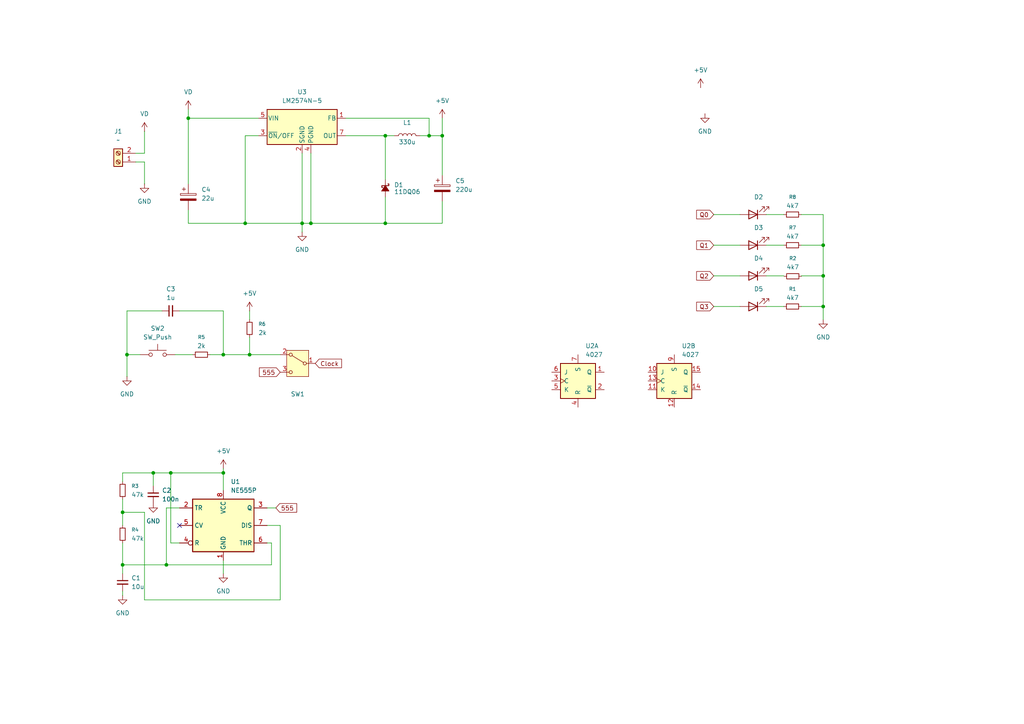
<source format=kicad_sch>
(kicad_sch (version 20250114) (generator "eeschema") (generator_version "9.0")
  (paper "A4")
  (title_block (title "BCD Brojač") (date "2025-10-21") (rev "0") (company "TVZ") (comment 1 "izradio: Ivan Hodak"))
  (lib_symbols
    (symbol "4xxx:4027" (pin_names (offset 1.016))
      (property "Reference" "U" (at -7.62 8.89 0))
      (property "Value" "4027" (at -7.62 -8.89 0))
      (symbol "4027_1_1"
        (rectangle (start -5.08 5.08) (end 5.08 -5.08) (stroke (width 0.254)) (fill (type background)))
        (pin input line (at -7.62 2.54 0) (length 2.54) (name "J") (number "6"))
        (pin input clock (at -7.62 0 0) (length 2.54) (name "C") (number "3"))
        (pin input line (at -7.62 -2.54 0) (length 2.54) (name "K") (number "5"))
        (pin input line (at 0 7.62 270) (length 2.54) (name "S") (number "7"))
        (pin input line (at 0 -7.62 90) (length 2.54) (name "R") (number "4"))
        (pin output line (at 7.62 2.54 180) (length 2.54) (name "Q") (number "1"))
        (pin output line (at 7.62 -2.54 180) (length 2.54) (name "~{Q}") (number "2"))
      )
      (symbol "4027_2_1"
        (rectangle (start -5.08 5.08) (end 5.08 -5.08) (stroke (width 0.254)) (fill (type background)))
        (pin input line (at -7.62 2.54 0) (length 2.54) (name "J") (number "10"))
        (pin input clock (at -7.62 0 0) (length 2.54) (name "C") (number "13"))
        (pin input line (at -7.62 -2.54 0) (length 2.54) (name "K") (number "11"))
        (pin input line (at 0 7.62 270) (length 2.54) (name "S") (number "9"))
        (pin input line (at 0 -7.62 90) (length 2.54) (name "R") (number "12"))
        (pin output line (at 7.62 2.54 180) (length 2.54) (name "Q") (number "15"))
        (pin output line (at 7.62 -2.54 180) (length 2.54) (name "~{Q}") (number "14"))
      )
      (symbol "4027_3_0"
        (pin power_in line (at 0 10.16 270) (length 2.54) (name "VDD") (number "16"))
        (pin power_in line (at 0 -10.16 90) (length 2.54) (name "VSS") (number "8"))
      )
      (symbol "4027_3_1"
        (rectangle (start -5.08 7.62) (end 5.08 -7.62) (stroke (width 0.254)) (fill (type background)))
      )
    )
    (symbol "Connector:Screw_Terminal_01x02" (pin_names (offset 1.016) (hide yes))
      (property "Reference" "J" (at 0 2.54 0))
      (property "Value" "Screw_Terminal_01x02" (at 0 -5.08 0))
      (symbol "Screw_Terminal_01x02_1_1"
        (rectangle (start -1.27 1.27) (end 1.27 -3.81) (stroke (width 0.254)) (fill (type background)))
        (polyline (pts (xy -0.5334 0.3302) (xy 0.3302 -0.508)) (stroke (width 0.1524)))
        (polyline (pts (xy -0.5334 -2.2098) (xy 0.3302 -3.048)) (stroke (width 0.1524)))
        (polyline (pts (xy -0.3556 0.508) (xy 0.508 -0.3302)) (stroke (width 0.1524)))
        (polyline (pts (xy -0.3556 -2.032) (xy 0.508 -2.8702)) (stroke (width 0.1524)))
        (circle (center 0 0) (radius 0.635) (stroke (width 0.1524)))
        (circle (center 0 -2.54) (radius 0.635) (stroke (width 0.1524)))
        (pin passive line (at -5.08 0 0) (length 3.81) (name "Pin_1") (number "1"))
        (pin passive line (at -5.08 -2.54 0) (length 3.81) (name "Pin_2") (number "2"))
      )
    )
    (symbol "Device:C_Polarized" (pin_numbers (hide yes)) (pin_names (offset 0.254))
      (property "Reference" "C" (at 0.635 2.54 0))
      (property "Value" "C_Polarized" (at 0.635 -2.54 0))
      (symbol "C_Polarized_0_1"
        (rectangle (start -2.286 0.508) (end 2.286 1.016))
        (polyline (pts (xy -1.778 2.286) (xy -0.762 2.286)))
        (polyline (pts (xy -1.27 2.794) (xy -1.27 1.778)))
        (rectangle (start 2.286 -0.508) (end -2.286 -1.016) (fill (type outline)))
      )
      (symbol "C_Polarized_1_1"
        (pin passive line (at 0 3.81 270) (length 2.794) (name "~") (number "1"))
        (pin passive line (at 0 -3.81 90) (length 2.794) (name "~") (number "2"))
      )
    )
    (symbol "Device:C_Small" (pin_numbers (hide yes)) (pin_names (offset 0.254) (hide yes))
      (property "Reference" "C" (at 0.254 1.778 0))
      (property "Value" "C_Small" (at 0.254 -2.032 0))
      (symbol "C_Small_0_1"
        (polyline (pts (xy -1.524 0.508) (xy 1.524 0.508)) (stroke (width 0.3048)))
        (polyline (pts (xy -1.524 -0.508) (xy 1.524 -0.508)) (stroke (width 0.3302)))
      )
      (symbol "C_Small_1_1"
        (pin passive line (at 0 2.54 270) (length 2.032) (name "~") (number "1"))
        (pin passive line (at 0 -2.54 90) (length 2.032) (name "~") (number "2"))
      )
    )
    (symbol "Device:D_Schottky_Small_Filled" (pin_numbers (hide yes)) (pin_names (offset 0.254) (hide yes))
      (property "Reference" "D" (at -1.27 2.032 0))
      (property "Value" "D_Schottky_Small_Filled" (at -7.112 -2.032 0))
      (symbol "D_Schottky_Small_Filled_0_1"
        (polyline (pts (xy -1.27 0.762) (xy -1.27 1.016) (xy -0.762 1.016) (xy -0.762 -1.016) (xy -0.254 -1.016) (xy -0.254 -0.762)) (stroke (width 0.254)))
        (polyline (pts (xy -0.762 0) (xy 0.762 0)))
        (polyline (pts (xy 0.762 -1.016) (xy -0.762 0) (xy 0.762 1.016) (xy 0.762 -1.016)) (stroke (width 0.254)) (fill (type outline)))
      )
      (symbol "D_Schottky_Small_Filled_1_1"
        (pin passive line (at -2.54 0 0) (length 1.778) (name "K") (number "1"))
        (pin passive line (at 2.54 0 180) (length 1.778) (name "A") (number "2"))
      )
    )
    (symbol "Device:L" (pin_numbers (hide yes)) (pin_names (offset 1.016) (hide yes))
      (property "Reference" "L" (at -1.27 0 90))
      (property "Value" "L" (at 1.905 0 90))
      (symbol "L_0_1"
        (arc (start 0 2.54) (mid 0.6323 1.905) (end 0 1.27))
        (arc (start 0 1.27) (mid 0.6323 0.635) (end 0 0))
        (arc (start 0 0) (mid 0.6323 -0.635) (end 0 -1.27))
        (arc (start 0 -1.27) (mid 0.6323 -1.905) (end 0 -2.54))
      )
      (symbol "L_1_1"
        (pin passive line (at 0 3.81 270) (length 1.27) (name "1") (number "1"))
        (pin passive line (at 0 -3.81 90) (length 1.27) (name "2") (number "2"))
      )
    )
    (symbol "Device:LED" (pin_numbers (hide yes)) (pin_names (offset 1.016) (hide yes))
      (property "Reference" "D" (at 0 2.54 0))
      (property "Value" "LED" (at 0 -2.54 0))
      (symbol "LED_0_1"
        (polyline (pts (xy -3.048 -0.762) (xy -4.572 -2.286) (xy -3.81 -2.286) (xy -4.572 -2.286) (xy -4.572 -1.524)))
        (polyline (pts (xy -1.778 -0.762) (xy -3.302 -2.286) (xy -2.54 -2.286) (xy -3.302 -2.286) (xy -3.302 -1.524)))
        (polyline (pts (xy -1.27 0) (xy 1.27 0)))
        (polyline (pts (xy -1.27 -1.27) (xy -1.27 1.27)) (stroke (width 0.254)))
        (polyline (pts (xy 1.27 -1.27) (xy 1.27 1.27) (xy -1.27 0) (xy 1.27 -1.27)) (stroke (width 0.254)))
      )
      (symbol "LED_1_1"
        (pin passive line (at -3.81 0 0) (length 2.54) (name "K") (number "1"))
        (pin passive line (at 3.81 0 180) (length 2.54) (name "A") (number "2"))
      )
    )
    (symbol "Device:R_Small" (pin_numbers (hide yes)) (pin_names (offset 0.254) (hide yes))
      (property "Reference" "R" (at 0 0 90))
      (property "Value" "R_Small" (at 1.778 0 90))
      (symbol "R_Small_0_1"
        (rectangle (start -0.762 1.778) (end 0.762 -1.778) (stroke (width 0.2032)))
      )
      (symbol "R_Small_1_1"
        (pin passive line (at 0 2.54 270) (length 0.762) (name "~") (number "1"))
        (pin passive line (at 0 -2.54 90) (length 0.762) (name "~") (number "2"))
      )
    )
    (symbol "Regulator_Switching:LM2574N-5" (pin_names (offset 0.254))
      (property "Reference" "U" (at -10.16 6.35 0))
      (property "Value" "LM2574N-5" (at 0 6.35 0))
      (symbol "LM2574N-5_0_1"
        (rectangle (start -10.16 5.08) (end 10.16 -5.08) (stroke (width 0.254)) (fill (type background)))
      )
      (symbol "LM2574N-5_1_1"
        (pin power_in line (at -12.7 2.54 0) (length 2.54) (name "VIN") (number "5"))
        (pin input line (at -12.7 -2.54 0) (length 2.54) (name "~{ON}/OFF") (number "3"))
        (pin no_connect line (at -10.16 0 0) (length 2.54) (hide yes) (name "NC") (number "6"))
        (pin power_in line (at 0 -7.62 90) (length 2.54) (name "SGND") (number "2"))
        (pin power_in line (at 2.54 -7.62 90) (length 2.54) (name "PGND") (number "4"))
        (pin no_connect line (at 10.16 0 180) (length 2.54) (hide yes) (name "NC") (number "8"))
        (pin input line (at 12.7 2.54 180) (length 2.54) (name "FB") (number "1"))
        (pin output line (at 12.7 -2.54 180) (length 2.54) (name "OUT") (number "7"))
      )
    )
    (symbol "Switch:SW_Push" (pin_numbers (hide yes)) (pin_names (offset 1.016) (hide yes))
      (property "Reference" "SW" (at 1.27 2.54 0))
      (property "Value" "SW_Push" (at 0 -1.524 0))
      (symbol "SW_Push_0_1"
        (circle (center -2.032 0) (radius 0.508))
        (polyline (pts (xy 0 1.27) (xy 0 3.048)))
        (circle (center 2.032 0) (radius 0.508))
        (polyline (pts (xy 2.54 1.27) (xy -2.54 1.27)))
        (pin passive line (at -5.08 0 0) (length 2.54) (name "1") (number "1"))
        (pin passive line (at 5.08 0 180) (length 2.54) (name "2") (number "2"))
      )
    )
    (symbol "Switch:SW_SPDT" (pin_names (offset 0) (hide yes))
      (property "Reference" "SW1" (at 0 -8.89 0))
      (property "Value" "SW_SPDT" (at 0 -6.35 0))
      (symbol "SW_SPDT_0_1"
        (circle (center -2.032 0) (radius 0.4572))
        (polyline (pts (xy -1.651 0.254) (xy 1.651 2.286)))
        (circle (center 2.032 2.54) (radius 0.4572))
        (circle (center 2.032 -2.54) (radius 0.4572))
      )
      (symbol "SW_SPDT_1_1"
        (rectangle (start -3.175 3.81) (end 3.175 -3.81) (fill (type background)))
        (pin passive line (at -5.08 0 0) (length 2.54) (name "A") (number "1"))
        (pin passive line (at 5.08 2.54 180) (length 2.54) (name "B") (number "2"))
        (pin passive line (at 5.08 -2.54 180) (length 2.54) (name "C") (number "3"))
      )
    )
    (symbol "Timer:NE555P"
      (property "Reference" "U" (at -10.16 8.89 0))
      (property "Value" "NE555P" (at 2.54 8.89 0))
      (symbol "NE555P_0_0"
        (pin power_in line (at 0 10.16 270) (length 2.54) (name "VCC") (number "8"))
        (pin power_in line (at 0 -10.16 90) (length 2.54) (name "GND") (number "1"))
      )
      (symbol "NE555P_0_1"
        (rectangle (start -8.89 -7.62) (end 8.89 7.62) (stroke (width 0.254)) (fill (type background)))
        (rectangle (start -8.89 -7.62) (end 8.89 7.62) (stroke (width 0.254)) (fill (type background)))
      )
      (symbol "NE555P_1_1"
        (pin input line (at -12.7 5.08 0) (length 3.81) (name "TR") (number "2"))
        (pin input line (at -12.7 0 0) (length 3.81) (name "CV") (number "5"))
        (pin input inverted (at -12.7 -5.08 0) (length 3.81) (name "R") (number "4"))
        (pin output line (at 12.7 5.08 180) (length 3.81) (name "Q") (number "3"))
        (pin input line (at 12.7 0 180) (length 3.81) (name "DIS") (number "7"))
        (pin input line (at 12.7 -5.08 180) (length 3.81) (name "THR") (number "6"))
      )
    )
    (symbol "power:+5V" (power) (pin_numbers (hide yes)) (pin_names (offset 0) (hide yes))
      (property "Value" "+5V" (at 0 3.556 0))
      (symbol "+5V_0_1"
        (polyline (pts (xy -0.762 1.27) (xy 0 2.54)))
        (polyline (pts (xy 0 2.54) (xy 0.762 1.27)))
        (polyline (pts (xy 0 0) (xy 0 2.54)))
      )
      (symbol "+5V_1_1"
        (pin power_in line (at 0 0 90) (length 0) (name "~") (number "1"))
      )
    )
    (symbol "power:GND" (power) (pin_numbers (hide yes)) (pin_names (offset 0) (hide yes))
      (property "Value" "GND" (at 0 -3.81 0))
      (symbol "GND_0_1"
        (polyline (pts (xy 0 0) (xy 0 -1.27) (xy 1.27 -1.27) (xy 0 -2.54) (xy -1.27 -1.27) (xy 0 -1.27)))
      )
      (symbol "GND_1_1"
        (pin power_in line (at 0 0 270) (length 0) (name "~") (number "1"))
      )
    )
    (symbol "power:VD" (power) (pin_numbers (hide yes)) (pin_names (offset 0) (hide yes))
      (property "Value" "VD" (at 0 3.556 0))
      (symbol "VD_0_1"
        (polyline (pts (xy -0.762 1.27) (xy 0 2.54)))
        (polyline (pts (xy 0 2.54) (xy 0.762 1.27)))
        (polyline (pts (xy 0 0) (xy 0 2.54)))
      )
      (symbol "VD_1_1"
        (pin power_in line (at 0 0 90) (length 0) (name "~") (number "1"))
      )
    )
  )
  (junction (at 36.83 102.87))
  (junction (at 111.76 64.77))
  (junction (at 64.77 102.87))
  (junction (at 35.56 163.83))
  (junction (at 71.12 64.77))
  (junction (at 124.46 39.37))
  (junction (at 35.56 148.59))
  (junction (at 238.76 80.01))
  (junction (at 48.26 163.83))
  (junction (at 72.39 102.87))
  (junction (at 128.27 39.37))
  (junction (at 238.76 88.9))
  (junction (at 87.63 64.77))
  (junction (at 44.45 137.16))
  (junction (at 90.17 64.77))
  (junction (at 111.76 39.37))
  (junction (at 238.76 71.12))
  (junction (at 54.61 34.29))
  (junction (at 49.53 137.16))
  (junction (at 64.77 137.16))
  (no_connect (at 52.07 152.4))
  (wire (pts (xy 78.74 157.48) (xy 77.47 157.48)))
  (wire (pts (xy 72.39 97.79) (xy 72.39 102.87)))
  (wire (pts (xy 41.91 173.99) (xy 41.91 148.59)))
  (wire (pts (xy 222.25 71.12) (xy 227.33 71.12)))
  (wire (pts (xy 100.33 34.29) (xy 124.46 34.29)))
  (wire (pts (xy 71.12 39.37) (xy 71.12 64.77)))
  (wire (pts (xy 39.37 46.99) (xy 41.91 46.99)))
  (wire (pts (xy 60.96 102.87) (xy 64.77 102.87)))
  (wire (pts (xy 232.41 80.01) (xy 238.76 80.01)))
  (wire (pts (xy 74.93 34.29) (xy 54.61 34.29)))
  (wire (pts (xy 222.25 88.9) (xy 227.33 88.9)))
  (wire (pts (xy 232.41 62.23) (xy 238.76 62.23)))
  (wire (pts (xy 35.56 144.78) (xy 35.56 148.59)))
  (wire (pts (xy 81.28 152.4) (xy 81.28 173.99)))
  (wire (pts (xy 87.63 64.77) (xy 90.17 64.77)))
  (wire (pts (xy 222.25 80.01) (xy 227.33 80.01)))
  (wire (pts (xy 41.91 46.99) (xy 41.91 53.34)))
  (wire (pts (xy 52.07 157.48) (xy 49.53 157.48)))
  (wire (pts (xy 46.99 90.17) (xy 36.83 90.17)))
  (wire (pts (xy 64.77 137.16) (xy 64.77 142.24)))
  (wire (pts (xy 50.8 102.87) (xy 55.88 102.87)))
  (wire (pts (xy 35.56 172.72) (xy 35.56 171.45)))
  (wire (pts (xy 111.76 64.77) (xy 128.27 64.77)))
  (wire (pts (xy 35.56 163.83) (xy 48.26 163.83)))
  (wire (pts (xy 222.25 62.23) (xy 227.33 62.23)))
  (wire (pts (xy 49.53 137.16) (xy 64.77 137.16)))
  (wire (pts (xy 74.93 39.37) (xy 71.12 39.37)))
  (wire (pts (xy 124.46 39.37) (xy 128.27 39.37)))
  (wire (pts (xy 232.41 88.9) (xy 238.76 88.9)))
  (wire (pts (xy 207.01 88.9) (xy 214.63 88.9)))
  (wire (pts (xy 54.61 60.96) (xy 54.61 64.77)))
  (wire (pts (xy 238.76 88.9) (xy 238.76 92.71)))
  (wire (pts (xy 44.45 137.16) (xy 49.53 137.16)))
  (wire (pts (xy 41.91 148.59) (xy 35.56 148.59)))
  (wire (pts (xy 36.83 102.87) (xy 36.83 109.22)))
  (wire (pts (xy 78.74 157.48) (xy 78.74 163.83)))
  (wire (pts (xy 64.77 102.87) (xy 72.39 102.87)))
  (wire (pts (xy 44.45 137.16) (xy 44.45 140.97)))
  (wire (pts (xy 49.53 157.48) (xy 49.53 137.16)))
  (wire (pts (xy 35.56 166.37) (xy 35.56 163.83)))
  (wire (pts (xy 87.63 67.31) (xy 87.63 64.77)))
  (wire (pts (xy 54.61 34.29) (xy 54.61 53.34)))
  (wire (pts (xy 48.26 147.32) (xy 48.26 163.83)))
  (wire (pts (xy 238.76 71.12) (xy 238.76 80.01)))
  (wire (pts (xy 128.27 34.29) (xy 128.27 39.37)))
  (wire (pts (xy 111.76 64.77) (xy 90.17 64.77)))
  (wire (pts (xy 72.39 102.87) (xy 81.28 102.87)))
  (wire (pts (xy 128.27 58.42) (xy 128.27 64.77)))
  (wire (pts (xy 71.12 64.77) (xy 54.61 64.77)))
  (wire (pts (xy 52.07 90.17) (xy 64.77 90.17)))
  (wire (pts (xy 114.3 39.37) (xy 111.76 39.37)))
  (wire (pts (xy 100.33 39.37) (xy 111.76 39.37)))
  (wire (pts (xy 35.56 157.48) (xy 35.56 163.83)))
  (wire (pts (xy 77.47 147.32) (xy 80.01 147.32)))
  (wire (pts (xy 77.47 152.4) (xy 81.28 152.4)))
  (wire (pts (xy 207.01 80.01) (xy 214.63 80.01)))
  (wire (pts (xy 64.77 90.17) (xy 64.77 102.87)))
  (wire (pts (xy 121.92 39.37) (xy 124.46 39.37)))
  (wire (pts (xy 48.26 163.83) (xy 78.74 163.83)))
  (wire (pts (xy 111.76 57.15) (xy 111.76 64.77)))
  (wire (pts (xy 207.01 71.12) (xy 214.63 71.12)))
  (wire (pts (xy 232.41 71.12) (xy 238.76 71.12)))
  (wire (pts (xy 64.77 162.56) (xy 64.77 166.37)))
  (wire (pts (xy 52.07 147.32) (xy 48.26 147.32)))
  (wire (pts (xy 207.01 62.23) (xy 214.63 62.23)))
  (wire (pts (xy 54.61 34.29) (xy 54.61 31.75)))
  (wire (pts (xy 90.17 44.45) (xy 90.17 64.77)))
  (wire (pts (xy 111.76 52.07) (xy 111.76 39.37)))
  (wire (pts (xy 124.46 34.29) (xy 124.46 39.37)))
  (wire (pts (xy 81.28 173.99) (xy 41.91 173.99)))
  (wire (pts (xy 238.76 80.01) (xy 238.76 88.9)))
  (wire (pts (xy 72.39 90.17) (xy 72.39 92.71)))
  (wire (pts (xy 35.56 137.16) (xy 44.45 137.16)))
  (wire (pts (xy 87.63 44.45) (xy 87.63 64.77)))
  (wire (pts (xy 36.83 90.17) (xy 36.83 102.87)))
  (wire (pts (xy 36.83 102.87) (xy 40.64 102.87)))
  (wire (pts (xy 35.56 148.59) (xy 35.56 152.4)))
  (wire (pts (xy 39.37 44.45) (xy 41.91 44.45)))
  (wire (pts (xy 71.12 64.77) (xy 87.63 64.77)))
  (wire (pts (xy 64.77 135.89) (xy 64.77 137.16)))
  (wire (pts (xy 41.91 44.45) (xy 41.91 38.1)))
  (wire (pts (xy 128.27 50.8) (xy 128.27 39.37)))
  (wire (pts (xy 35.56 139.7) (xy 35.56 137.16)))
  (wire (pts (xy 238.76 62.23) (xy 238.76 71.12)))
  (global_label "Q1" (shape input) (at 207.01 71.12 180) (property "Intersheetrefs" "${INTERSHEET_REFS}" (effects (hide yes))))
  (global_label "Q2" (shape input) (at 207.01 80.01 180) (property "Intersheetrefs" "${INTERSHEET_REFS}" (effects (hide yes))))
  (global_label "Q3" (shape input) (at 207.01 88.9 180) (property "Intersheetrefs" "${INTERSHEET_REFS}" (effects (hide yes))))
  (global_label "555" (shape input) (at 80.01 147.32 0) (property "Intersheetrefs" "${INTERSHEET_REFS}" (effects (hide yes))))
  (global_label "Q0" (shape input) (at 207.01 62.23 180) (property "Intersheetrefs" "${INTERSHEET_REFS}" (effects (hide yes))))
  (global_label "Clock" (shape input) (at 91.44 105.41 0) (property "Intersheetrefs" "${INTERSHEET_REFS}" (effects (hide yes))))
  (global_label "555" (shape input) (at 81.28 107.95 180) (property "Intersheetrefs" "${INTERSHEET_REFS}" (effects (hide yes))))
  (symbol (lib_id "Device:R_Small") (at 72.39 95.25 180) (unit 1)
    (property "Reference" "R6" (at 74.93 93.9799 0) (effects (font (size 1.016 1.016)) (justify right)))
    (property "Value" "2k" (at 74.93 96.5199 0) (effects (justify right)))
    (property "Description" "Resistor, small symbol" (effects (hide yes)))
  )
  (symbol (lib_id "power:+5V") (at 128.27 34.29 0) (unit 1)
    (property "Reference" "#PWR011" (effects (hide yes)))
    (property "Value" "+5V" (at 128.27 29.21 0))
    (property "Description" "Power symbol creates a global label with name \"+5V\"" (effects (hide yes)))
  )
  (symbol (lib_id "Device:D_Schottky_Small_Filled") (at 111.76 54.61 270) (unit 1)
    (property "Reference" "D1" (at 114.3 54.3559 90) (effects (justify left bottom)))
    (property "Value" "11DQ06" (at 114.3 55.6259 90) (effects (justify left)))
    (property "Description" "Schottky diode, small symbol, filled shape" (effects (hide yes)))
  )
  (symbol (lib_id "power:GND") (at 238.76 92.71 0) (unit 1)
    (property "Reference" "#PWR014" (effects (hide yes)))
    (property "Value" "GND" (at 238.76 97.79 0))
    (property "Description" "Power symbol creates a global label with name \"GND\" , ground" (effects (hide yes)))
  )
  (symbol (lib_id "power:+5V") (at 72.39 90.17 0) (unit 1)
    (property "Reference" "#PWR07" (effects (hide yes)))
    (property "Value" "+5V" (at 72.39 85.09 0))
    (property "Description" "Power symbol creates a global label with name \"+5V\"" (effects (hide yes)))
  )
  (symbol (lib_id "Device:C_Small") (at 49.53 90.17 90) (unit 1)
    (property "Reference" "C3" (at 49.5363 83.82 90))
    (property "Value" "1u" (at 49.5363 86.36 90))
    (property "Description" "Unpolarized capacitor, small symbol" (effects (hide yes)))
  )
  (symbol (lib_id "Timer:NE555P") (at 64.77 152.4 0) (unit 1)
    (property "Reference" "U1" (at 66.9133 139.7 0) (effects (justify left)))
    (property "Value" "NE555P" (at 66.9133 142.24 0) (effects (justify left)))
    (property "Footprint" "Package_DIP:DIP-8_W7.62mm" (effects (hide yes)))
    (property "Datasheet" "http://www.ti.com/lit/ds/symlink/ne555.pdf" (effects (hide yes)))
    (property "Description" "Precision Timers, 555 compatible,  PDIP-8" (effects (hide yes)))
  )
  (symbol (lib_id "Device:LED") (at 218.44 80.01 180) (unit 1)
    (property "Reference" "D4" (at 220.0275 74.93 0))
    (property "Value" "LED" (effects (hide yes)))
    (property "Description" "Light emitting diode" (effects (hide yes)))
    (property "Sim.Pins" "1=K 2=A" (effects (hide yes)))
  )
  (symbol (lib_id "Device:LED") (at 218.44 71.12 180) (unit 1)
    (property "Reference" "D3" (at 220.0275 66.04 0))
    (property "Value" "LED" (effects (hide yes)))
    (property "Description" "Light emitting diode" (effects (hide yes)))
    (property "Sim.Pins" "1=K 2=A" (effects (hide yes)))
  )
  (symbol (lib_id "Device:LED") (at 218.44 62.23 180) (unit 1)
    (property "Reference" "D2" (at 220.0275 57.15 0))
    (property "Value" "LED" (effects (hide yes)))
    (property "Description" "Light emitting diode" (effects (hide yes)))
    (property "Sim.Pins" "1=K 2=A" (effects (hide yes)))
  )
  (symbol (lib_id "Device:R_Small") (at 229.9374 80.1313 90) (unit 1)
    (property "Reference" "R2" (at 229.9374 74.93 90) (effects (font (size 1.016 1.016))))
    (property "Value" "4k7" (at 229.9374 77.47 90))
    (property "Description" "Resistor, small symbol" (effects (hide yes)))
  )
  (symbol (lib_id "Device:C_Small") (at 44.45 143.51 0) (unit 1)
    (property "Reference" "C2" (at 46.99 142.2462 0) (effects (justify left)))
    (property "Value" "100n" (at 46.99 144.7862 0) (effects (justify left)))
    (property "Description" "Unpolarized capacitor, small symbol" (effects (hide yes)))
  )
  (symbol (lib_id "Device:L") (at 118.11 39.37 90) (unit 1)
    (property "Reference" "L1" (at 118.11 35.56 90))
    (property "Value" "330u" (at 118.11 41.91 90) (effects (justify top)))
    (property "Description" "Inductor" (effects (hide yes)))
  )
  (symbol (lib_id "power:GND") (at 36.83 109.22 0) (unit 1)
    (property "Reference" "#PWR08" (effects (hide yes)))
    (property "Value" "GND" (at 36.83 114.3 0))
    (property "Description" "Power symbol creates a global label with name \"GND\" , ground" (effects (hide yes)))
  )
  (symbol (lib_id "power:VD") (at 54.61 31.75 0) (unit 1)
    (property "Reference" "#PWR012" (effects (hide yes)))
    (property "Value" "VD" (at 54.61 26.67 0))
    (property "Description" "Power symbol creates a global label with name \"VD\"" (effects (hide yes)))
  )
  (symbol (lib_id "Device:C_Small") (at 35.56 168.91 0) (unit 1)
    (property "Reference" "C1" (at 38.1 167.6462 0) (effects (justify left)))
    (property "Value" "10u" (at 38.1 170.1862 0) (effects (justify left)))
    (property "Description" "Unpolarized capacitor, small symbol" (effects (hide yes)))
  )
  (symbol (lib_id "Regulator_Switching:LM2574N-5") (at 87.63 36.83 0) (unit 1)
    (property "Reference" "U3" (at 87.63 26.67 0))
    (property "Value" "LM2574N-5" (at 87.63 29.21 0))
    (property "Footprint" "Package_DIP:DIP-8_W7.62mm" (effects (hide yes)))
    (property "Datasheet" "http://www.national.com/ds/LM/LM2574.pdf" (effects (hide yes)))
    (property "Description" "5V, 0.5A SIMPLE SWITCHER® Step-Down Voltage Regulator, DIP-8" (effects (hide yes)))
  )
  (symbol (lib_id "Switch:SW_SPDT") (at 86.36 105.41 0) (mirror y) (unit 1)
    (property "Reference" "SW1" (at 86.36 114.3 0))
    (property "Value" "SW_SPDT" (effects (hide yes)))
    (property "Description" "Switch, single pole double throw" (effects (hide yes)))
  )
  (symbol (lib_id "power:GND") (at 35.56 172.72 0) (unit 1)
    (property "Reference" "#PWR04" (effects (hide yes)))
    (property "Value" "GND" (at 35.56 177.8 0))
    (property "Description" "Power symbol creates a global label with name \"GND\" , ground" (effects (hide yes)))
  )
  (symbol (lib_id "Device:R_Small") (at 229.87 88.9 90) (unit 1)
    (property "Reference" "R1" (at 229.87 83.82 90) (effects (font (size 1.016 1.016))))
    (property "Value" "4k7" (at 229.87 86.36 90))
    (property "Description" "Resistor, small symbol" (effects (hide yes)))
  )
  (symbol (lib_id "Connector:Screw_Terminal_01x02") (at 34.29 46.99 180) (unit 1)
    (property "Reference" "J1" (at 34.29 38.1 0))
    (property "Value" "~" (at 34.29 40.64 0))
    (property "Description" "Generic screw terminal, single row, 01x02, script generated (kicad-library-utils/schlib/autogen/connector/)" (effects (hide yes)))
  )
  (symbol (lib_id "Device:C_Polarized") (at 128.27 54.61 0) (unit 1)
    (property "Reference" "C5" (at 132.08 52.4509 0) (effects (justify left)))
    (property "Value" "220u" (at 132.08 54.9909 0) (effects (justify left)))
    (property "Description" "Polarized capacitor" (effects (hide yes)))
  )
  (symbol (lib_id "Switch:SW_Push") (at 45.72 102.87 0) (unit 1)
    (property "Reference" "SW2" (at 45.72 95.25 0))
    (property "Value" "SW_Push" (at 45.72 97.79 0))
    (property "Description" "Push button switch, generic, two pins" (effects (hide yes)))
  )
  (symbol (lib_id "Device:R_Small") (at 35.56 154.94 0) (unit 1)
    (property "Reference" "R4" (at 38.1 153.6699 0) (effects (font (size 1.016 1.016)) (justify left)))
    (property "Value" "47k" (at 38.1 156.2099 0) (effects (justify left)))
    (property "Description" "Resistor, small symbol" (effects (hide yes)))
  )
  (symbol (lib_id "Device:R_Small") (at 58.42 102.87 90) (unit 1)
    (property "Reference" "R5" (at 58.42 97.79 90) (effects (font (size 1.016 1.016))))
    (property "Value" "2k" (at 58.42 100.33 90))
    (property "Description" "Resistor, small symbol" (effects (hide yes)))
  )
  (symbol (lib_id "power:GND") (at 87.63 67.31 0) (unit 1)
    (property "Reference" "#PWR010" (effects (hide yes)))
    (property "Value" "GND" (at 87.63 72.39 0))
    (property "Description" "Power symbol creates a global label with name \"GND\" , ground" (effects (hide yes)))
  )
  (symbol (lib_id "power:GND") (at 64.77 166.37 0) (unit 1)
    (property "Reference" "#PWR03" (effects (hide yes)))
    (property "Value" "GND" (at 64.77 171.45 0))
    (property "Description" "Power symbol creates a global label with name \"GND\" , ground" (effects (hide yes)))
  )
  (symbol (lib_id "power:GND") (at 41.91 53.34 0) (unit 1)
    (property "Reference" "#PWR09" (effects (hide yes)))
    (property "Value" "GND" (at 41.91 58.42 0))
    (property "Description" "Power symbol creates a global label with name \"GND\" , ground" (effects (hide yes)))
  )
  (symbol (lib_id "Device:R_Small") (at 35.56 142.24 0) (unit 1)
    (property "Reference" "R3" (at 38.1 140.9699 0) (effects (font (size 1.016 1.016)) (justify left)))
    (property "Value" "47k" (at 38.1 143.5099 0) (effects (justify left)))
    (property "Description" "Resistor, small symbol" (effects (hide yes)))
  )
  (symbol (lib_id "Device:R_Small") (at 229.87 62.23 90) (unit 1)
    (property "Reference" "R8" (at 229.87 57.15 90) (effects (font (size 1.016 1.016))))
    (property "Value" "4k7" (at 229.87 59.69 90))
    (property "Description" "Resistor, small symbol" (effects (hide yes)))
  )
  (symbol (lib_id "4xxx:4027") (at 167.64 110.49 0) (unit 1)
    (property "Reference" "U2" (at 169.7833 100.33 0) (effects (justify left)))
    (property "Value" "4027" (at 169.7833 102.87 0) (effects (justify left)))
    (property "Datasheet" "http://www.intersil.com/content/dam/Intersil/documents/cd40/cd4027bms.pdf" (effects (hide yes)))
    (property "Description" "Dual JK FlipFlop, set & reset" (effects (hide yes)))
  )
  (symbol (lib_id "power:+5V") (at 64.77 135.89 0) (unit 1)
    (property "Reference" "#PWR06" (effects (hide yes)))
    (property "Value" "+5V" (at 64.77 130.81 0))
    (property "Description" "Power symbol creates a global label with name \"+5V\"" (effects (hide yes)))
  )
  (symbol (lib_id "Device:LED") (at 218.44 88.9 180) (unit 1)
    (property "Reference" "D5" (at 220.0275 83.82 0))
    (property "Value" "LED" (effects (hide yes)))
    (property "Description" "Light emitting diode" (effects (hide yes)))
    (property "Sim.Pins" "1=K 2=A" (effects (hide yes)))
  )
  (symbol (lib_id "power:+5V") (at 203.2 25.4 0) (unit 1)
    (property "Reference" "#PWR02" (effects (hide yes)))
    (property "Value" "+5V" (at 203.2 20.32 0))
    (property "Description" "Power symbol creates a global label with name \"+5V\"" (effects (hide yes)))
  )
  (symbol (lib_id "Device:R_Small") (at 229.87 71.12 90) (unit 1)
    (property "Reference" "R7" (at 229.87 66.04 90) (effects (font (size 1.016 1.016))))
    (property "Value" "4k7" (at 229.87 68.58 90))
    (property "Description" "Resistor, small symbol" (effects (hide yes)))
  )
  (symbol (lib_id "power:VD") (at 41.91 38.1 0) (unit 1)
    (property "Reference" "#PWR013" (effects (hide yes)))
    (property "Value" "VD" (at 41.91 33.02 0))
    (property "Description" "Power symbol creates a global label with name \"VD\"" (effects (hide yes)))
  )
  (symbol (lib_id "power:GND") (at 44.45 146.05 0) (unit 1)
    (property "Reference" "#PWR05" (effects (hide yes)))
    (property "Value" "GND" (at 44.45 151.13 0))
    (property "Description" "Power symbol creates a global label with name \"GND\" , ground" (effects (hide yes)))
  )
  (symbol (lib_id "4xxx:4027") (at 195.58 110.49 0) (unit 2)
    (property "Reference" "U2" (at 197.7233 100.33 0) (effects (justify left)))
    (property "Value" "4027" (at 197.7233 102.87 0) (effects (justify left)))
    (property "Datasheet" "http://www.intersil.com/content/dam/Intersil/documents/cd40/cd4027bms.pdf" (effects (hide yes)))
    (property "Description" "Dual JK FlipFlop, set & reset" (effects (hide yes)))
  )
  (symbol (lib_id "Device:C_Polarized") (at 54.61 57.15 0) (unit 1)
    (property "Reference" "C4" (at 58.42 54.9909 0) (effects (justify left)))
    (property "Value" "22u" (at 58.42 57.5309 0) (effects (justify left)))
    (property "Description" "Polarized capacitor" (effects (hide yes)))
  )
  (symbol (lib_id "power:GND") (at 204.47 33.02 0) (unit 1)
    (property "Reference" "#PWR01" (effects (hide yes)))
    (property "Value" "GND" (at 204.47 38.1 0))
    (property "Description" "Power symbol creates a global label with name \"GND\" , ground" (effects (hide yes)))
  )
)
</source>
